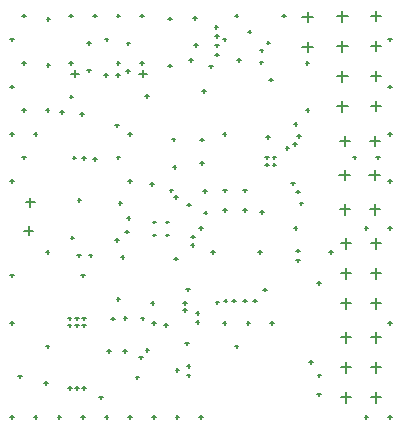
<source format=gbr>
%TF.GenerationSoftware,Altium Limited,Altium Designer,23.1.1 (15)*%
G04 Layer_Color=128*
%FSLAX45Y45*%
%MOMM*%
%TF.SameCoordinates,F9E8136A-E86D-4813-A5E9-63B8E08E304F*%
%TF.FilePolarity,Positive*%
%TF.FileFunction,Drillmap*%
%TF.Part,Single*%
G01*
G75*
%TA.AperFunction,NonConductor*%
%ADD74C,0.12700*%
D74*
X11657500Y7189000D02*
X11747500D01*
X11702500Y7144000D02*
Y7234000D01*
X11657500Y6935000D02*
X11747500D01*
X11702500Y6890000D02*
Y6980000D01*
X11950000Y6431000D02*
X12040000D01*
X11995000Y6386000D02*
Y6476000D01*
X11950000Y6685000D02*
X12040000D01*
X11995000Y6640000D02*
Y6730000D01*
X11950000Y6939000D02*
X12040000D01*
X11995000Y6894000D02*
Y6984000D01*
X11950000Y7193000D02*
X12040000D01*
X11995000Y7148000D02*
Y7238000D01*
X9699500Y6710000D02*
X9764500D01*
X9732000Y6677500D02*
Y6742500D01*
X10277500Y6710000D02*
X10342500D01*
X10310000Y6677500D02*
Y6742500D01*
X12237500Y4765000D02*
X12327500D01*
X12282500Y4720000D02*
Y4810000D01*
X11983500Y4765000D02*
X12073500D01*
X12028500Y4720000D02*
Y4810000D01*
X12237500Y5019000D02*
X12327500D01*
X12282500Y4974000D02*
Y5064000D01*
X11983500Y5019000D02*
X12073500D01*
X12028500Y4974000D02*
Y5064000D01*
X12237500Y5273000D02*
X12327500D01*
X12282500Y5228000D02*
Y5318000D01*
X11983500Y5273000D02*
X12073500D01*
X12028500Y5228000D02*
Y5318000D01*
X11971000Y5850000D02*
X12061000D01*
X12016000Y5805000D02*
Y5895000D01*
X12225000Y5850000D02*
X12315000D01*
X12270000Y5805000D02*
Y5895000D01*
X11975000Y6140000D02*
X12065000D01*
X12020000Y6095000D02*
Y6185000D01*
X12229000Y6140000D02*
X12319000D01*
X12274000Y6095000D02*
Y6185000D01*
X11975000Y5560000D02*
X12065000D01*
X12020000Y5515000D02*
Y5605000D01*
X12229000Y5560000D02*
X12319000D01*
X12274000Y5515000D02*
Y5605000D01*
X12237500Y7196500D02*
X12327500D01*
X12282500Y7151500D02*
Y7241500D01*
X12237500Y6942500D02*
X12327500D01*
X12282500Y6897500D02*
Y6987500D01*
X12237500Y6688500D02*
X12327500D01*
X12282500Y6643500D02*
Y6733500D01*
X12237500Y6434500D02*
X12327500D01*
X12282500Y6389500D02*
Y6479500D01*
X9304400Y5377500D02*
X9380600D01*
X9342500Y5339400D02*
Y5415600D01*
X9314400Y5620000D02*
X9390600D01*
X9352500Y5581900D02*
Y5658100D01*
X12237500Y3968500D02*
X12327500D01*
X12282500Y3923500D02*
Y4013500D01*
X11983500Y3968500D02*
X12073500D01*
X12028500Y3923500D02*
Y4013500D01*
X12237500Y4222500D02*
X12327500D01*
X12282500Y4177500D02*
Y4267500D01*
X11983500Y4222500D02*
X12073500D01*
X12028500Y4177500D02*
Y4267500D01*
X12237500Y4476500D02*
X12327500D01*
X12282500Y4431500D02*
Y4521500D01*
X11983500Y4476500D02*
X12073500D01*
X12028500Y4431500D02*
Y4521500D01*
X10650000Y4710000D02*
X10680000D01*
X10665000Y4695000D02*
Y4725000D01*
X10650000Y4767500D02*
X10680000D01*
X10665000Y4752500D02*
Y4782500D01*
X11377500Y6657500D02*
X11407500D01*
X11392500Y6642500D02*
Y6672500D01*
X10672500Y4882500D02*
X10702500D01*
X10687500Y4867500D02*
Y4897500D01*
X11240000Y4787500D02*
X11270000D01*
X11255000Y4772500D02*
Y4802500D01*
X11327500Y4880000D02*
X11357500D01*
X11342500Y4865000D02*
Y4895000D01*
X10371000Y5775000D02*
X10401000D01*
X10386000Y5760000D02*
Y5790000D01*
X9755000Y5637500D02*
X9785000D01*
X9770000Y5622500D02*
Y5652500D01*
X11155000Y4787500D02*
X11185000D01*
X11170000Y4772500D02*
Y4802500D01*
X10923717Y4772500D02*
X10953716D01*
X10938717Y4757500D02*
Y4787500D01*
X11065000D02*
X11095000D01*
X11080000Y4772500D02*
Y4802500D01*
X10992500Y4787500D02*
X11022500D01*
X11007500Y4772500D02*
Y4802500D01*
X10572912Y5142500D02*
X10602912D01*
X10587912Y5127500D02*
Y5157500D01*
X10487700Y4578600D02*
X10517700D01*
X10502700Y4563600D02*
Y4593600D01*
X11787500Y4155000D02*
X11817500D01*
X11802500Y4140000D02*
Y4170000D01*
X10145000Y4640000D02*
X10175000D01*
X10160000Y4625000D02*
Y4655000D01*
X10290000Y4637500D02*
X10320000D01*
X10305000Y4622500D02*
Y4652500D01*
X10040000Y4635000D02*
X10070000D01*
X10055000Y4620000D02*
Y4650000D01*
X10561800Y5920000D02*
X10591800D01*
X10576800Y5905000D02*
Y5935000D01*
X10792500Y5952000D02*
X10822500D01*
X10807500Y5937000D02*
Y5967000D01*
X10792500Y6150000D02*
X10822500D01*
X10807500Y6135000D02*
Y6165000D01*
X10697500Y6822500D02*
X10727500D01*
X10712500Y6807500D02*
Y6837500D01*
X10072500Y5302500D02*
X10102500D01*
X10087500Y5287500D02*
Y5317500D01*
X10102500Y5612500D02*
X10132500D01*
X10117500Y5597500D02*
Y5627500D01*
X12385007Y7000004D02*
X12415007D01*
X12400007Y6985004D02*
Y7015004D01*
X12385007Y6600004D02*
X12415007D01*
X12400007Y6585004D02*
Y6615004D01*
X12385007Y6200003D02*
X12415007D01*
X12400007Y6185003D02*
Y6215003D01*
X12385007Y5800003D02*
X12415007D01*
X12400007Y5785003D02*
Y5815003D01*
X12385007Y5400003D02*
X12415007D01*
X12400007Y5385003D02*
Y5415003D01*
X12385007Y4600002D02*
X12415007D01*
X12400007Y4585003D02*
Y4615002D01*
X12385007Y3800002D02*
X12415007D01*
X12400007Y3785002D02*
Y3815002D01*
X12285007Y6000003D02*
X12315007D01*
X12300007Y5985003D02*
Y6015003D01*
X12185007Y5400003D02*
X12215007D01*
X12200007Y5385003D02*
Y5415003D01*
X12185007Y3800002D02*
X12215007D01*
X12200007Y3785002D02*
Y3815002D01*
X12085007Y6000003D02*
X12115007D01*
X12100007Y5985003D02*
Y6015003D01*
X11885006Y5200003D02*
X11915006D01*
X11900006Y5185003D02*
Y5215003D01*
X11685006Y6800004D02*
X11715006D01*
X11700006Y6785004D02*
Y6815004D01*
X11585006Y5400003D02*
X11615006D01*
X11600006Y5385003D02*
Y5415003D01*
X11485006Y7200004D02*
X11515006D01*
X11500006Y7185004D02*
Y7215004D01*
X11385006Y4600002D02*
X11415006D01*
X11400006Y4585003D02*
Y4615002D01*
X11285006Y5200003D02*
X11315006D01*
X11300006Y5185003D02*
Y5215003D01*
X11185006Y4600002D02*
X11215006D01*
X11200006Y4585003D02*
Y4615002D01*
X11085006Y7200004D02*
X11115006D01*
X11100006Y7185004D02*
Y7215004D01*
X10985006Y7000004D02*
X11015006D01*
X11000006Y6985004D02*
Y7015004D01*
X10985006Y6200003D02*
X11015006D01*
X11000006Y6185003D02*
Y6215003D01*
X10985006Y4600002D02*
X11015006D01*
X11000006Y4585003D02*
Y4615002D01*
X11085006Y4400002D02*
X11115006D01*
X11100006Y4385002D02*
Y4415002D01*
X10785006Y5400003D02*
X10815006D01*
X10800006Y5385003D02*
Y5415003D01*
X10885006Y5200003D02*
X10915006D01*
X10900006Y5185003D02*
Y5215003D01*
X10785006Y3800002D02*
X10815006D01*
X10800006Y3785002D02*
Y3815002D01*
X10685006Y5600003D02*
X10715006D01*
X10700006Y5585003D02*
Y5615003D01*
X10585006Y4200002D02*
X10615006D01*
X10600006Y4185002D02*
Y4215002D01*
X10585006Y3800002D02*
X10615006D01*
X10600006Y3785002D02*
Y3815002D01*
X10385006Y4600002D02*
X10415006D01*
X10400006Y4585003D02*
Y4615002D01*
X10385006Y3800002D02*
X10415006D01*
X10400006Y3785002D02*
Y3815002D01*
X10285006Y7200004D02*
X10315006D01*
X10300006Y7185004D02*
Y7215004D01*
X10285006Y6800004D02*
X10315006D01*
X10300006Y6785004D02*
Y6815004D01*
X10185006Y6200003D02*
X10215005D01*
X10200006Y6185003D02*
Y6215003D01*
X10185006Y5800003D02*
X10215005D01*
X10200006Y5785003D02*
Y5815003D01*
X10185006Y3800002D02*
X10215005D01*
X10200006Y3785002D02*
Y3815002D01*
X10085005Y7200004D02*
X10115005D01*
X10100005Y7185004D02*
Y7215004D01*
X9985005Y7000004D02*
X10015005D01*
X10000005Y6985004D02*
Y7015004D01*
X10085005Y6800004D02*
X10115005D01*
X10100005Y6785004D02*
Y6815004D01*
X10085005Y6000003D02*
X10115005D01*
X10100005Y5985003D02*
Y6015003D01*
X10085005Y4800003D02*
X10115005D01*
X10100005Y4785003D02*
Y4815003D01*
X9985005Y3800002D02*
X10015005D01*
X10000005Y3785002D02*
Y3815002D01*
X9885005Y7200004D02*
X9915005D01*
X9900005Y7185004D02*
Y7215004D01*
X9785005Y5000003D02*
X9815005D01*
X9800005Y4985003D02*
Y5015003D01*
X9785005Y3800002D02*
X9815005D01*
X9800005Y3785002D02*
Y3815002D01*
X9685005Y7200004D02*
X9715005D01*
X9700005Y7185004D02*
Y7215004D01*
X9685005Y6800004D02*
X9715005D01*
X9700005Y6785004D02*
Y6815004D01*
X9585005Y3800002D02*
X9615005D01*
X9600005Y3785002D02*
Y3815002D01*
X9485005Y6400003D02*
X9515005D01*
X9500005Y6385003D02*
Y6415003D01*
X9385005Y6200003D02*
X9415005D01*
X9400005Y6185003D02*
Y6215003D01*
X9485005Y5200003D02*
X9515005D01*
X9500005Y5185003D02*
Y5215003D01*
X9485005Y4400002D02*
X9515005D01*
X9500005Y4385002D02*
Y4415002D01*
X9385005Y3800002D02*
X9415005D01*
X9400005Y3785002D02*
Y3815002D01*
X9285005Y7200004D02*
X9315005D01*
X9300005Y7185004D02*
Y7215004D01*
X9185005Y7000004D02*
X9215005D01*
X9200005Y6985004D02*
Y7015004D01*
X9285005Y6800004D02*
X9315005D01*
X9300005Y6785004D02*
Y6815004D01*
X9185005Y6600004D02*
X9215005D01*
X9200005Y6585004D02*
Y6615004D01*
X9285005Y6400003D02*
X9315005D01*
X9300005Y6385003D02*
Y6415003D01*
X9185005Y6200003D02*
X9215005D01*
X9200005Y6185003D02*
Y6215003D01*
X9285005Y6000003D02*
X9315005D01*
X9300005Y5985003D02*
Y6015003D01*
X9185005Y5800003D02*
X9215005D01*
X9200005Y5785003D02*
Y5815003D01*
X9185005Y5000003D02*
X9215005D01*
X9200005Y4985003D02*
Y5015003D01*
X9185005Y4600002D02*
X9215005D01*
X9200005Y4585003D02*
Y4615002D01*
X9185005Y3800002D02*
X9215005D01*
X9200005Y3785002D02*
Y3815002D01*
X10552500Y6152500D02*
X10582500D01*
X10567500Y6137500D02*
Y6167500D01*
X11634646Y5609850D02*
X11664646D01*
X11649646Y5594850D02*
Y5624850D01*
X10680000Y4155000D02*
X10710000D01*
X10695000Y4140000D02*
Y4170000D01*
X10680000Y4232500D02*
X10710000D01*
X10695000Y4217500D02*
Y4247500D01*
X10822500Y5532500D02*
X10852500D01*
X10837500Y5517500D02*
Y5547500D01*
X10987500Y5555000D02*
X11017500D01*
X11002500Y5540000D02*
Y5570000D01*
X11155000Y5555000D02*
X11185000D01*
X11170000Y5540000D02*
Y5570000D01*
X11155000Y5720000D02*
X11185000D01*
X11170000Y5705000D02*
Y5735000D01*
X10987500Y5720000D02*
X11017500D01*
X11002500Y5705000D02*
Y5735000D01*
X10820000Y5717500D02*
X10850000D01*
X10835000Y5702500D02*
Y5732500D01*
X11687500Y6402500D02*
X11717500D01*
X11702500Y6387500D02*
Y6417500D01*
X11783350Y4936051D02*
X11813350D01*
X11798350Y4921051D02*
Y4951051D01*
X10755000Y4605000D02*
X10785000D01*
X10770000Y4590000D02*
Y4620000D01*
X9695000Y5320000D02*
X9725000D01*
X9710000Y5305000D02*
Y5335000D01*
X10075000Y6270000D02*
X10105000D01*
X10090000Y6255000D02*
Y6285000D01*
X9980176Y6697419D02*
X10010176D01*
X9995176Y6682419D02*
Y6712419D01*
X10170000Y6965000D02*
X10200000D01*
X10185000Y6950000D02*
Y6980000D01*
X10082190Y6699500D02*
X10112190D01*
X10097190Y6684500D02*
Y6714500D01*
X10167500Y6732500D02*
X10197500D01*
X10182500Y6717500D02*
Y6747500D01*
X9837500Y6737500D02*
X9867500D01*
X9852500Y6722500D02*
Y6752500D01*
X9885000Y5985000D02*
X9915000D01*
X9900000Y5970000D02*
Y6000000D01*
X11785500Y3992500D02*
X11815500D01*
X11800500Y3977500D02*
Y4007500D01*
X11580000Y6112500D02*
X11610000D01*
X11595000Y6097500D02*
Y6127500D01*
X10171924Y5485908D02*
X10201924D01*
X10186924Y5470908D02*
Y5500908D01*
X10157795Y5370908D02*
X10187795D01*
X10172795Y5355908D02*
Y5385908D01*
X9673918Y4046710D02*
X9703918D01*
X9688918Y4031710D02*
Y4061710D01*
X9733918Y4046710D02*
X9763917D01*
X9748918Y4031710D02*
Y4061710D01*
X9793917Y4046710D02*
X9823917D01*
X9808917Y4031710D02*
Y4061710D01*
X9792227Y4636687D02*
X9822227D01*
X9807227Y4621687D02*
Y4651687D01*
X9732227Y4636687D02*
X9762227D01*
X9747227Y4621687D02*
Y4651687D01*
X9672228Y4636687D02*
X9702227D01*
X9687228Y4621687D02*
Y4651687D01*
X9792227Y4576687D02*
X9822227D01*
X9807227Y4561687D02*
Y4591687D01*
X9732227Y4576687D02*
X9762227D01*
X9747227Y4561687D02*
Y4591687D01*
X9672228Y4576687D02*
X9702227D01*
X9687228Y4561687D02*
Y4591687D01*
X11299646Y5537350D02*
X11329646D01*
X11314646Y5522350D02*
Y5552350D01*
X10755000Y4682500D02*
X10785000D01*
X10770000Y4667500D02*
Y4697500D01*
X10572500Y5665000D02*
X10602500D01*
X10587500Y5650000D02*
Y5680000D01*
X10533500Y5720000D02*
X10563500D01*
X10548500Y5705000D02*
Y5735000D01*
X10870000Y6770000D02*
X10900000D01*
X10885000Y6755000D02*
Y6785000D01*
X10915000Y7105000D02*
X10945000D01*
X10930000Y7090000D02*
Y7120000D01*
X10520000Y7175000D02*
X10550000D01*
X10535000Y7160000D02*
Y7190000D01*
X10522500Y6777500D02*
X10552500D01*
X10537500Y6762500D02*
Y6792500D01*
X10327500Y6520000D02*
X10357500D01*
X10342500Y6505000D02*
Y6535000D01*
X9687500Y6515000D02*
X9717500D01*
X9702500Y6500000D02*
Y6530000D01*
X9492500Y7170000D02*
X9522500D01*
X9507500Y7155000D02*
Y7185000D01*
X9492500Y6780000D02*
X9522500D01*
X9507500Y6765000D02*
Y6795000D01*
X11295000Y6805000D02*
X11325000D01*
X11310000Y6790000D02*
Y6820000D01*
X10810000Y6560000D02*
X10840000D01*
X10825000Y6545000D02*
Y6575000D01*
X9778938Y6367379D02*
X9808938D01*
X9793938Y6352379D02*
Y6382379D01*
X9608938D02*
X9638938D01*
X9623938Y6367379D02*
Y6397379D01*
X9793938Y5994879D02*
X9823938D01*
X9808938Y5979879D02*
Y6009879D01*
X9711438Y5997379D02*
X9741438D01*
X9726438Y5982379D02*
Y6012379D01*
X9470000Y4087500D02*
X9500000D01*
X9485000Y4072500D02*
Y4102500D01*
X11716842Y4268159D02*
X11746842D01*
X11731842Y4253159D02*
Y4283159D01*
X9252500Y4145000D02*
X9282500D01*
X9267500Y4130000D02*
Y4160000D01*
X10665000Y4425000D02*
X10695000D01*
X10680000Y4410000D02*
Y4440000D01*
X10375000Y4767500D02*
X10405000D01*
X10390000Y4752500D02*
Y4782500D01*
X9937500Y3967500D02*
X9967500D01*
X9952500Y3952500D02*
Y3982500D01*
X10245000Y4137500D02*
X10275000D01*
X10260000Y4122500D02*
Y4152500D01*
X10275000Y4307500D02*
X10305000D01*
X10290000Y4292500D02*
Y4322500D01*
X11405000Y5938604D02*
X11435000D01*
X11420000Y5923604D02*
Y5953604D01*
X11405000Y6000000D02*
X11435000D01*
X11420000Y5985000D02*
Y6015000D01*
X11344904Y6000000D02*
X11374904D01*
X11359904Y5985000D02*
Y6015000D01*
X11344904Y5938604D02*
X11374904D01*
X11359904Y5923604D02*
Y5953604D01*
X9850000Y5170000D02*
X9880000D01*
X9865000Y5155000D02*
Y5185000D01*
X9752500Y5170000D02*
X9782500D01*
X9767500Y5155000D02*
Y5185000D01*
X10007500Y4360000D02*
X10037500D01*
X10022500Y4345000D02*
Y4375000D01*
X10142500Y4362500D02*
X10172500D01*
X10157500Y4347500D02*
Y4377500D01*
X10330000Y4370000D02*
X10360000D01*
X10345000Y4355000D02*
Y4385000D01*
X11565000Y5780000D02*
X11595000D01*
X11580000Y5765000D02*
Y5795000D01*
X10715000Y5330000D02*
X10745000D01*
X10730000Y5315000D02*
Y5345000D01*
X10713404Y5259618D02*
X10743403D01*
X10728403Y5244618D02*
Y5274618D01*
X10120000Y5157500D02*
X10150000D01*
X10135000Y5142500D02*
Y5172500D01*
X10395000Y5345000D02*
X10415000D01*
X10405000Y5335000D02*
Y5355000D01*
X10395000Y5455000D02*
X10415000D01*
X10405000Y5445000D02*
Y5465000D01*
X10505000Y5455000D02*
X10525000D01*
X10515000Y5445000D02*
Y5465000D01*
X10505000Y5345000D02*
X10525000D01*
X10515000Y5335000D02*
Y5355000D01*
X11105000Y6822500D02*
X11135000D01*
X11120000Y6807500D02*
Y6837500D01*
X10917500Y6947500D02*
X10947500D01*
X10932500Y6932500D02*
Y6962500D01*
X10740000Y6950000D02*
X10770000D01*
X10755000Y6935000D02*
Y6965000D01*
X10732500Y7180000D02*
X10762500D01*
X10747500Y7165000D02*
Y7195000D01*
X10917500Y7027500D02*
X10947500D01*
X10932500Y7012500D02*
Y7042500D01*
X11297500Y6905000D02*
X11327500D01*
X11312500Y6890000D02*
Y6920000D01*
X11355000Y6972500D02*
X11385000D01*
X11370000Y6957500D02*
Y6987500D01*
X10917500Y6870000D02*
X10947500D01*
X10932500Y6855000D02*
Y6885000D01*
X11195000Y7065000D02*
X11225000D01*
X11210000Y7050000D02*
Y7080000D01*
X11584634Y6281911D02*
X11614634D01*
X11599634Y6266911D02*
Y6296911D01*
X11606250Y5128750D02*
X11636250D01*
X11621250Y5113750D02*
Y5143750D01*
X11606250Y5211250D02*
X11636250D01*
X11621250Y5196250D02*
Y5226250D01*
X11605000Y5710000D02*
X11635000D01*
X11620000Y5695000D02*
Y5725000D01*
X11515000Y6080000D02*
X11545000D01*
X11530000Y6065000D02*
Y6095000D01*
X11352134Y6171911D02*
X11382134D01*
X11367134Y6156911D02*
Y6186911D01*
X11615000Y6180000D02*
X11645000D01*
X11630000Y6165000D02*
Y6195000D01*
X9835000Y6970000D02*
X9865000D01*
X9850000Y6955000D02*
Y6985000D01*
%TF.MD5,16a463726174d9696c1ec3a007c08a65*%
M02*

</source>
